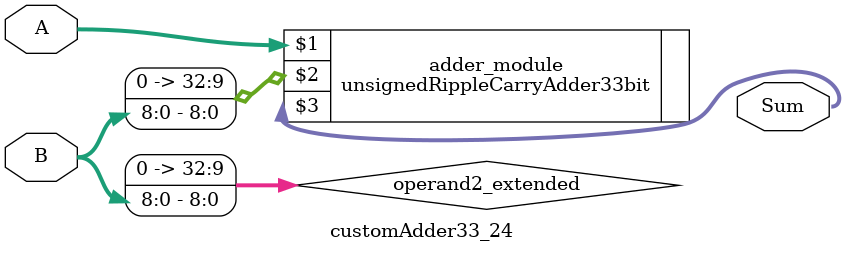
<source format=v>
module customAdder33_24(
                        input [32 : 0] A,
                        input [8 : 0] B,
                        
                        output [33 : 0] Sum
                );

        wire [32 : 0] operand2_extended;
        
        assign operand2_extended =  {24'b0, B};
        
        unsignedRippleCarryAdder33bit adder_module(
            A,
            operand2_extended,
            Sum
        );
        
        endmodule
        
</source>
